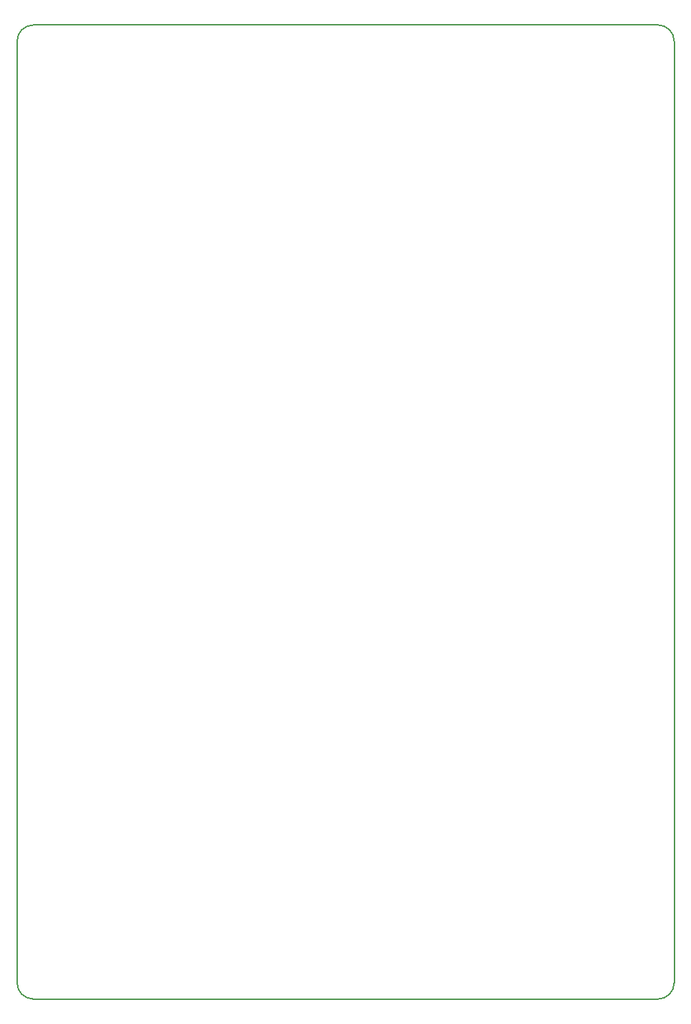
<source format=gbr>
%TF.GenerationSoftware,KiCad,Pcbnew,(5.1.10)-1*%
%TF.CreationDate,2021-11-22T22:47:00-06:00*%
%TF.ProjectId,PyKey18,50794b65-7931-4382-9e6b-696361645f70,1.0*%
%TF.SameCoordinates,Original*%
%TF.FileFunction,Profile,NP*%
%FSLAX46Y46*%
G04 Gerber Fmt 4.6, Leading zero omitted, Abs format (unit mm)*
G04 Created by KiCad (PCBNEW (5.1.10)-1) date 2021-11-22 22:47:00*
%MOMM*%
%LPD*%
G01*
G04 APERTURE LIST*
%TA.AperFunction,Profile*%
%ADD10C,0.150000*%
%TD*%
G04 APERTURE END LIST*
D10*
X129000000Y-50000000D02*
G75*
G02*
X131000000Y-52000000I0J-2000000D01*
G01*
X131000000Y-168000000D02*
G75*
G02*
X129000000Y-170000000I-2000000J0D01*
G01*
X52000000Y-170000000D02*
G75*
G02*
X50000000Y-168000000I0J2000000D01*
G01*
X50000000Y-52000000D02*
G75*
G02*
X52000000Y-50000000I2000000J0D01*
G01*
X129000000Y-50000000D02*
X52000000Y-50000000D01*
X131000000Y-168000000D02*
X131000000Y-52000000D01*
X52000000Y-170000000D02*
X129000000Y-170000000D01*
X50000000Y-52000000D02*
X50000000Y-168000000D01*
M02*

</source>
